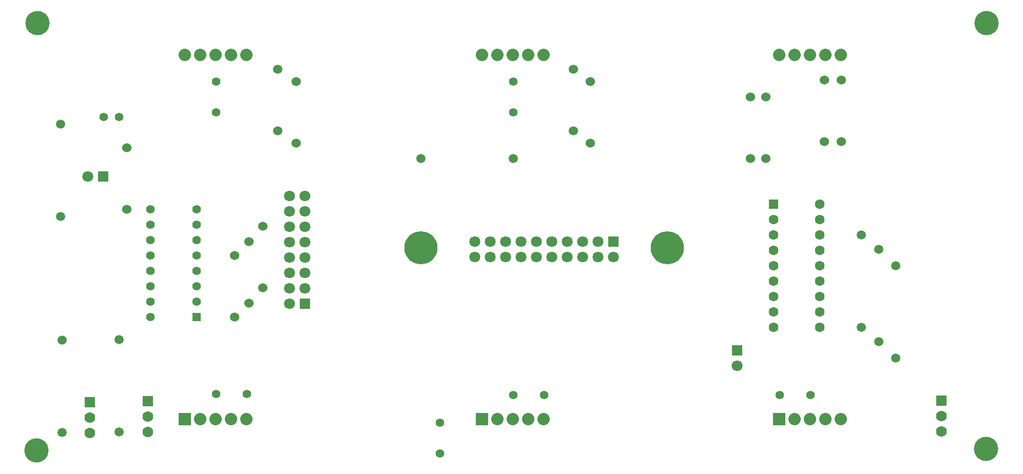
<source format=gtl>
G04 (created by PCBNEW (2013-07-07 BZR 4022)-stable) date 09-Jan-14 2:58:25 PM*
%MOIN*%
G04 Gerber Fmt 3.4, Leading zero omitted, Abs format*
%FSLAX34Y34*%
G01*
G70*
G90*
G04 APERTURE LIST*
%ADD10C,0.00590551*%
%ADD11R,0.08X0.08*%
%ADD12C,0.08*%
%ADD13R,0.0708661X0.0708661*%
%ADD14C,0.0708661*%
%ADD15C,0.055*%
%ADD16C,0.0590551*%
%ADD17C,0.06*%
%ADD18C,0.215*%
%ADD19R,0.0629921X0.0629921*%
%ADD20C,0.0629921*%
%ADD21R,0.055X0.055*%
%ADD22C,0.07*%
%ADD23R,0.07X0.07*%
%ADD24C,0.15748*%
G04 APERTURE END LIST*
G54D10*
G54D11*
X65893Y-66030D03*
G54D12*
X66893Y-66030D03*
X67893Y-66030D03*
X68893Y-66030D03*
X68893Y-42369D03*
X67893Y-42369D03*
X66893Y-42369D03*
X65893Y-42369D03*
X69893Y-66030D03*
X69885Y-42369D03*
G54D13*
X73664Y-58521D03*
G54D14*
X72664Y-58521D03*
X73664Y-57521D03*
X72664Y-57521D03*
X73664Y-56521D03*
X72664Y-56521D03*
X73664Y-55521D03*
X72664Y-55521D03*
X73664Y-54521D03*
X72664Y-54521D03*
X73664Y-53521D03*
X72664Y-53521D03*
X73664Y-52521D03*
X72664Y-52521D03*
X73664Y-51521D03*
X72664Y-51521D03*
G54D15*
X60600Y-46400D03*
X61600Y-46400D03*
G54D11*
X104496Y-66030D03*
G54D12*
X105496Y-66030D03*
X106496Y-66030D03*
X107496Y-66030D03*
X107496Y-42369D03*
X106496Y-42369D03*
X105496Y-42369D03*
X104496Y-42369D03*
X108496Y-66030D03*
X108488Y-42369D03*
G54D11*
X85185Y-66030D03*
G54D12*
X86185Y-66030D03*
X87185Y-66030D03*
X88185Y-66030D03*
X88185Y-42369D03*
X87185Y-42369D03*
X86185Y-42369D03*
X85185Y-42369D03*
X89185Y-66030D03*
X89177Y-42369D03*
G54D16*
X110950Y-55000D03*
X110950Y-61000D03*
X109800Y-54050D03*
X109800Y-60050D03*
X112050Y-56050D03*
X112050Y-62050D03*
X61600Y-66875D03*
X61600Y-60875D03*
X57900Y-66900D03*
X57900Y-60900D03*
X57800Y-46850D03*
X57800Y-52850D03*
X87200Y-49100D03*
X81200Y-49100D03*
G54D17*
X62100Y-52400D03*
X62100Y-48400D03*
X69100Y-59400D03*
X69100Y-55400D03*
X70050Y-58500D03*
X70050Y-54500D03*
X70950Y-57500D03*
X70950Y-53500D03*
G54D15*
X69900Y-64400D03*
X67900Y-64400D03*
G54D13*
X101746Y-61550D03*
G54D14*
X101746Y-62550D03*
G54D13*
X60575Y-50271D03*
G54D14*
X59575Y-50271D03*
G54D13*
X93700Y-54500D03*
G54D14*
X93700Y-55500D03*
X92700Y-54500D03*
X92700Y-55500D03*
X91700Y-54500D03*
X91700Y-55500D03*
X90700Y-54500D03*
X90700Y-55500D03*
X89700Y-54500D03*
X89700Y-55500D03*
X88700Y-54500D03*
X88700Y-55500D03*
X87700Y-54500D03*
X87700Y-55500D03*
X86700Y-54500D03*
X86700Y-55500D03*
X85700Y-54500D03*
X85700Y-55500D03*
X84700Y-54500D03*
X84700Y-55500D03*
G54D18*
X97200Y-54900D03*
X81200Y-54900D03*
G54D17*
X107400Y-48000D03*
X107400Y-44000D03*
X103600Y-49100D03*
X103600Y-45100D03*
X102600Y-49100D03*
X102600Y-45100D03*
X108500Y-48000D03*
X108500Y-44000D03*
X91100Y-47300D03*
X91100Y-43300D03*
X71900Y-47300D03*
X71900Y-43300D03*
G54D15*
X87200Y-46100D03*
X87200Y-44100D03*
X67900Y-46100D03*
X67900Y-44100D03*
G54D17*
X92200Y-48100D03*
X92200Y-44100D03*
X73100Y-48100D03*
X73100Y-44100D03*
G54D19*
X104100Y-52050D03*
G54D20*
X104100Y-53050D03*
X104100Y-54050D03*
X104100Y-55050D03*
X104100Y-56050D03*
X104100Y-57050D03*
X104100Y-58050D03*
X104100Y-59050D03*
X104100Y-60050D03*
X107100Y-60050D03*
X107100Y-59050D03*
X107100Y-58050D03*
X107100Y-57050D03*
X107100Y-56050D03*
X107100Y-55050D03*
X107100Y-54050D03*
X107100Y-53050D03*
X107100Y-52050D03*
G54D21*
X66650Y-59400D03*
G54D15*
X66650Y-58400D03*
X66650Y-57400D03*
X66650Y-56400D03*
X66650Y-55400D03*
X66650Y-54400D03*
X66650Y-53400D03*
X66650Y-52400D03*
X63650Y-52400D03*
X63650Y-53400D03*
X63650Y-54400D03*
X63650Y-55400D03*
X63650Y-56400D03*
X63650Y-57400D03*
X63650Y-58400D03*
X63650Y-59400D03*
G54D22*
X115025Y-66825D03*
X115025Y-65825D03*
G54D23*
X115025Y-64825D03*
G54D22*
X59700Y-66925D03*
X59700Y-65925D03*
G54D23*
X59700Y-64925D03*
G54D22*
X63475Y-66850D03*
X63475Y-65850D03*
G54D23*
X63475Y-64850D03*
G54D15*
X82450Y-68250D03*
X82450Y-66250D03*
X89200Y-64450D03*
X87200Y-64450D03*
X106500Y-64450D03*
X104500Y-64450D03*
G54D24*
X117950Y-40300D03*
X117900Y-67975D03*
X56250Y-68075D03*
X56325Y-40300D03*
M02*

</source>
